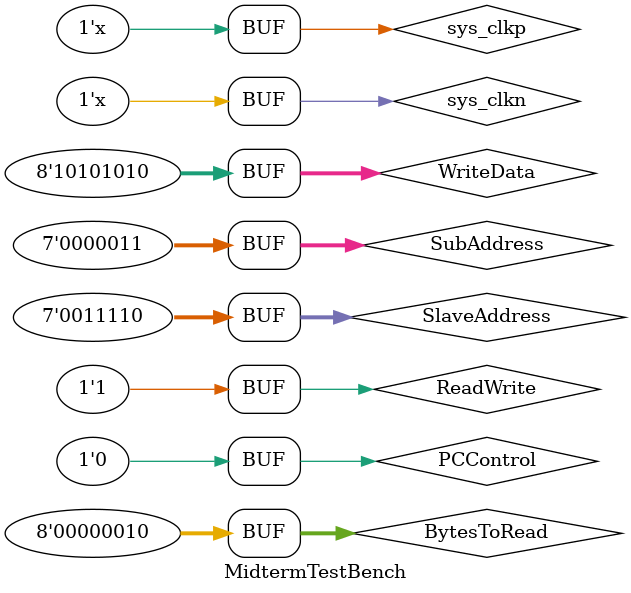
<source format=v>
`timescale 1ns / 1ps

module MidtermTestBench();
    ///////////////////////////////////////////////////////////////////////////////////////////////////////
    //Declare wires and registers that will interface with the module under test
    //Registers are initilized to known states. Wires cannot be initilized.
    wire [7:0] led;
    reg sys_clkn = 1;
    wire sys_clkp;

    reg PCControl;
    reg [6:0] SlaveAddress, SubAddress;
    reg ReadWrite;
    reg [7:0] WriteData, BytesToRead;
    wire [31:0] ReadData;

    wire ACK_bit, SCL, SDA;
    wire [7:0] UpperState, LowerState;
    wire [31:0] Telemetry;

    ///////////////////////////////////////////////////////////////////////////////////////////////////////
    //Invoke the module that we like to test
    I2CInterface UUT (.led(led),
                    .sys_clkn(sys_clkn),
                    .sys_clkp(sys_clkp),
                    // .I2C_SCL_0(I2C_SCL_0),
                    // .I2C_SDA_0(I2C_SDA_0),
                    .FSM_Clk_reg(FSM_Clk_reg),
                    .ILA_Clk_reg(ILA_Clk_reg),
                    .PCControl(PCControl),
                    .SlaveAddress(SlaveAddress),
                    .SubAddress(SubAddress),
                    .ReadWrite(ReadWrite),
                    .WriteData(WriteData),
                    .BytesToRead(BytesToRead),
                    .ReadData(ReadData),
                    .ACK_bit(ACK_bit),
                    .SCL(SCL),
                    .SDA(SDA),
                    .UpperState(UpperState),
                    .LowerState(LowerState),
                    .Telemetry(Telemetry)
                    );

    ///////////////////////////////////////////////////////////////////////////////////////////////////////
    // Generate a clock signal. The clock will change its state every 5ns.
    assign sys_clkp = ~sys_clkn;
    always begin
        #5 sys_clkn = ~sys_clkn;
    end

    ///////////////////////////////////////////////////////////////////////////////////////////////////////
    // Testbench flow
    initial begin
            #0       SlaveAddress <= 7'b0011001; SubAddress <= 7'b0100000; ReadWrite <= 1'b0; WriteData <= 8'b10101010;
            #100000    PCControl <= 1'b1;
            #100000    PCControl <= 1'b0;
            #20000000  SlaveAddress <= 7'b0011110; SubAddress <= 7'b0000011; ReadWrite <= 1'b1; BytesToRead <= 8'd2;
            #100000    PCControl <= 1'b1;
            #100000    PCControl <= 1'b0;
    end

endmodule
</source>
